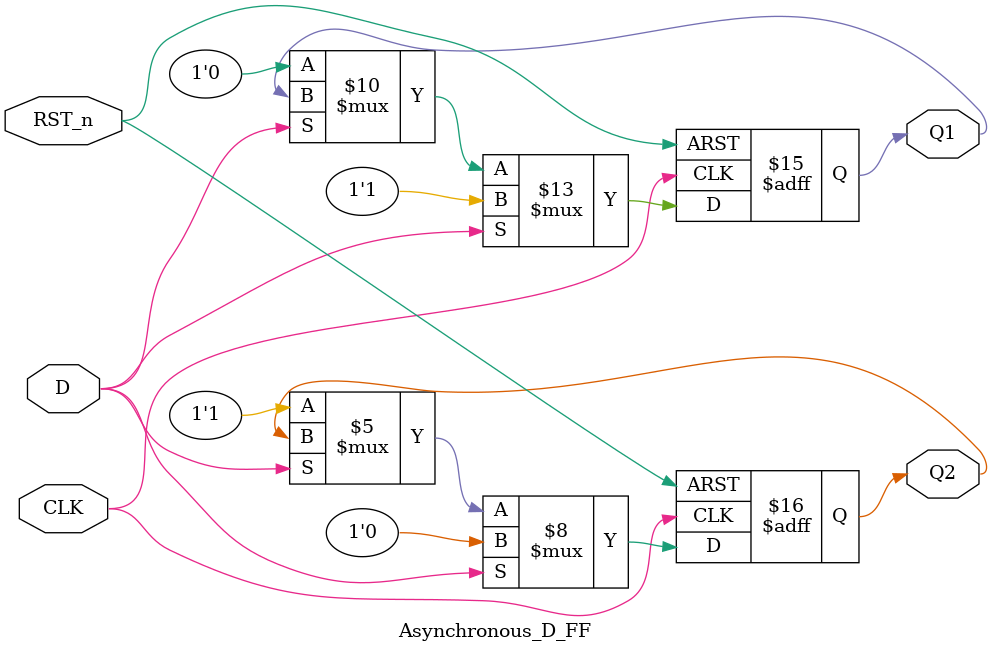
<source format=v>
`timescale 1ns / 1ps


module Asynchronous_D_FF(
    input CLK,					//Ê±ÖÓÐÅºÅ£¬ÉÏÉýÑØÓÐÐ§
    input D,                    //ÊäÈëÐÅºÅ
    input RST_n,                //¸´Î»ÐÅºÅ£¬µÍµçÆ½ÓÐÐ§
    output reg Q1,                //Êä³öÐÅºÅQ
    output reg Q2                //Êä³öÐÅºÅ~Q
    );
    
    always @ (posedge CLK or negedge RST_n)
        begin
        if(RST_n==0)
        begin
        Q1<=0;
        Q2<=1;
        end
        else if(D==1)
        begin
         Q1<=1;
        Q2<=0;
        end   
        else if(D==0)
        begin
         Q1<=0;
         Q2<=1;
        end
        end
    endmodule

</source>
